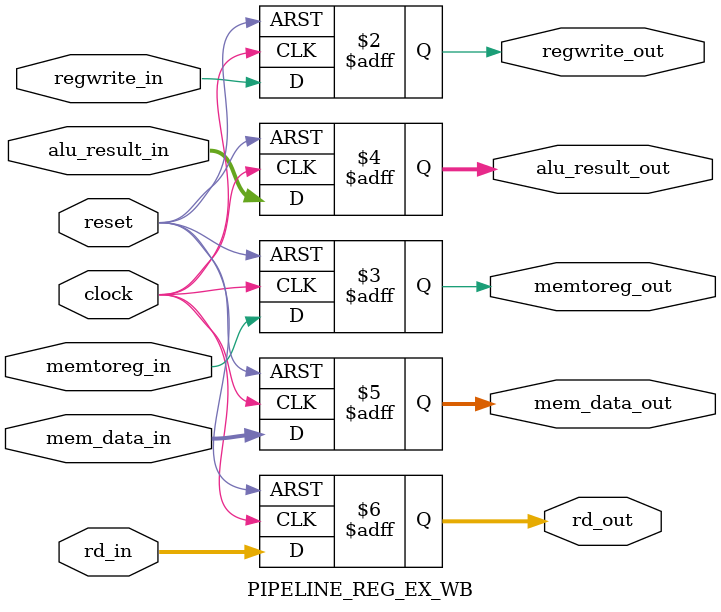
<source format=v>
module PIPELINE_REG_EX_WB (
    input clock,
    input reset,
    
    // Control signals input
    input regwrite_in,
    input memtoreg_in,
    
    // Data inputs
    input [31:0] alu_result_in,
    input [31:0] mem_data_in,
    
    // Register address
    input [4:0] rd_in,
    
    // Control signals output
    output reg regwrite_out,
    output reg memtoreg_out,
    
    // Data outputs
    output reg [31:0] alu_result_out,
    output reg [31:0] mem_data_out,
    
    // Register address output
    output reg [4:0] rd_out
);

    always @(posedge clock or posedge reset) begin
        if (reset) begin
            // Reset: Clear all signals
            regwrite_out <= 1'b0;
            memtoreg_out <= 1'b0;
            alu_result_out <= 32'h00000000;
            mem_data_out <= 32'h00000000;
            rd_out <= 5'b00000;
        end
        else begin
            // Normal operation: Update all signals every clock cycle
            regwrite_out <= regwrite_in;
            memtoreg_out <= memtoreg_in;
            alu_result_out <= alu_result_in;
            mem_data_out <= mem_data_in;
            rd_out <= rd_in;
        end
    end

endmodule
</source>
